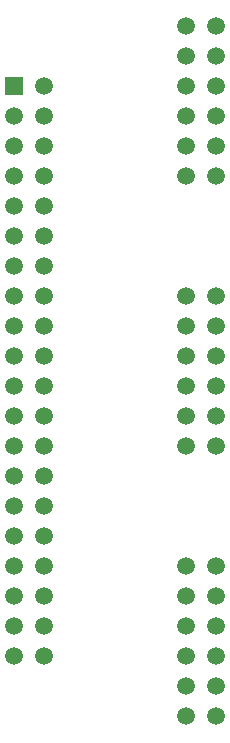
<source format=gbr>
%TF.GenerationSoftware,KiCad,Pcbnew,6.0.4-6f826c9f35~116~ubuntu20.04.1*%
%TF.CreationDate,2022-04-22T17:38:49+02:00*%
%TF.ProjectId,Pmod-Alinx,506d6f64-2d41-46c6-996e-782e6b696361,rev?*%
%TF.SameCoordinates,Original*%
%TF.FileFunction,Soldermask,Top*%
%TF.FilePolarity,Negative*%
%FSLAX46Y46*%
G04 Gerber Fmt 4.6, Leading zero omitted, Abs format (unit mm)*
G04 Created by KiCad (PCBNEW 6.0.4-6f826c9f35~116~ubuntu20.04.1) date 2022-04-22 17:38:49*
%MOMM*%
%LPD*%
G01*
G04 APERTURE LIST*
%ADD10C,1.500000*%
%ADD11R,1.500000X1.500000*%
G04 APERTURE END LIST*
D10*
%TO.C,U1*%
X128730000Y-79650000D03*
X128730000Y-82190000D03*
X128730000Y-84730000D03*
X128730000Y-87270000D03*
X128730000Y-89810000D03*
X128730000Y-92350000D03*
X131270000Y-92350000D03*
X131270000Y-89810000D03*
X131270000Y-87270000D03*
X131270000Y-84730000D03*
X131270000Y-82190000D03*
X131270000Y-79650000D03*
%TD*%
%TO.C,U2*%
X128730000Y-102510000D03*
X128730000Y-105050000D03*
X128730000Y-107590000D03*
X128730000Y-110130000D03*
X128730000Y-112670000D03*
X128730000Y-115210000D03*
X131270000Y-115210000D03*
X131270000Y-112670000D03*
X131270000Y-110130000D03*
X131270000Y-107590000D03*
X131270000Y-105050000D03*
X131270000Y-102510000D03*
%TD*%
D11*
%TO.C,U4*%
X114170000Y-61870000D03*
D10*
X116710000Y-61870000D03*
X114170000Y-64410000D03*
X116710000Y-64410000D03*
X114170000Y-66950000D03*
X116710000Y-66950000D03*
X114170000Y-69490000D03*
X116710000Y-69490000D03*
X114170000Y-72030000D03*
X116710000Y-72030000D03*
X114170000Y-74570000D03*
X116710000Y-74570000D03*
X114170000Y-77110000D03*
X116710000Y-77110000D03*
X114170000Y-79650000D03*
X116710000Y-79650000D03*
X114170000Y-82190000D03*
X116710000Y-82190000D03*
X114170000Y-84730000D03*
X116710000Y-84730000D03*
X114170000Y-87270000D03*
X116710000Y-87270000D03*
X114170000Y-89810000D03*
X116710000Y-89810000D03*
X114170000Y-92350000D03*
X116710000Y-92350000D03*
X114170000Y-94890000D03*
X116710000Y-94890000D03*
X114170000Y-97430000D03*
X116710000Y-97430000D03*
X114170000Y-99970000D03*
X116710000Y-99970000D03*
X114170000Y-102510000D03*
X116710000Y-102510000D03*
X114170000Y-105050000D03*
X116710000Y-105050000D03*
X114170000Y-107590000D03*
X116710000Y-107590000D03*
X114170000Y-110130000D03*
X116710000Y-110130000D03*
%TD*%
%TO.C,U3*%
X128730000Y-56790000D03*
X128730000Y-59330000D03*
X128730000Y-61870000D03*
X128730000Y-64410000D03*
X128730000Y-66950000D03*
X128730000Y-69490000D03*
X131270000Y-69490000D03*
X131270000Y-66950000D03*
X131270000Y-64410000D03*
X131270000Y-61870000D03*
X131270000Y-59330000D03*
X131270000Y-56790000D03*
%TD*%
M02*

</source>
